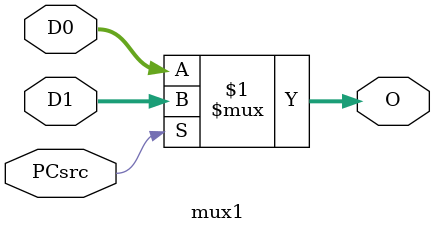
<source format=v>
module mux1(D0,D1,PCsrc,O);
input [31:0] D0, D1; 
input PCsrc;
output [31:0] O;

assign O=(PCsrc)?D1:D0;

endmodule 

</source>
